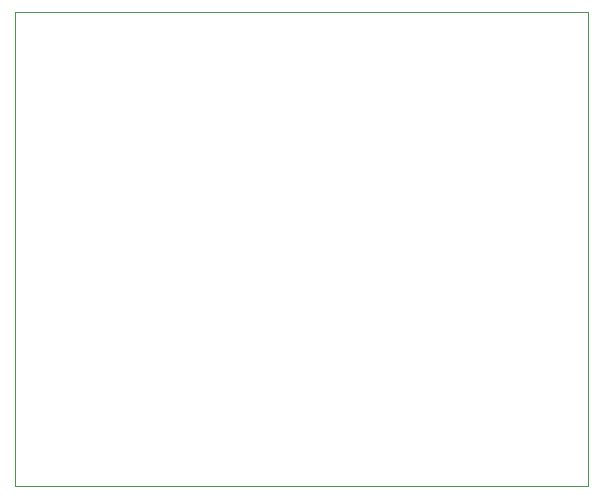
<source format=gbr>
%TF.GenerationSoftware,KiCad,Pcbnew,(5.1.7)-1*%
%TF.CreationDate,2021-05-14T12:52:34-07:00*%
%TF.ProjectId,Keychain,4b657963-6861-4696-9e2e-6b696361645f,rev?*%
%TF.SameCoordinates,Original*%
%TF.FileFunction,Profile,NP*%
%FSLAX46Y46*%
G04 Gerber Fmt 4.6, Leading zero omitted, Abs format (unit mm)*
G04 Created by KiCad (PCBNEW (5.1.7)-1) date 2021-05-14 12:52:34*
%MOMM*%
%LPD*%
G01*
G04 APERTURE LIST*
%TA.AperFunction,Profile*%
%ADD10C,0.050000*%
%TD*%
G04 APERTURE END LIST*
D10*
X119250000Y-108600000D02*
X119250000Y-68475000D01*
X167775000Y-108600000D02*
X119250000Y-108600000D01*
X167775000Y-68475000D02*
X167775000Y-108600000D01*
X119250000Y-68475000D02*
X167775000Y-68475000D01*
M02*

</source>
